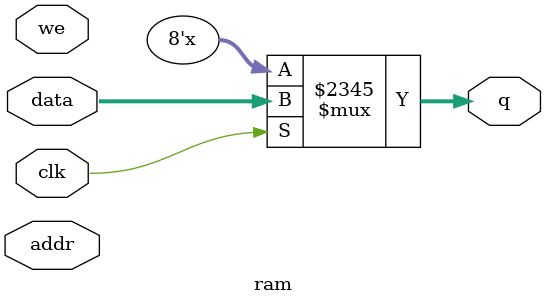
<source format=v>
module ram #(
    parameter ADDR_WIDTH=6,
    parameter DATA_WIDTH=8
) (
    input [DATA_WIDTH-1:0] data,
    input [ADDR_WIDTH-1:0] addr,
    input we, clk,
    output [7:0] q
);
reg [DATA_WIDTH-1:0] ram[2**ADDR_WIDTH-1:0];
// when we is high, write data to ram at address addr
// assign the ram value at address addr to q
always @ (we, clk) begin
    if (clk == 1) begin
        ram[addr] = data;
        q <= data;
    end
end
endmodule

</source>
